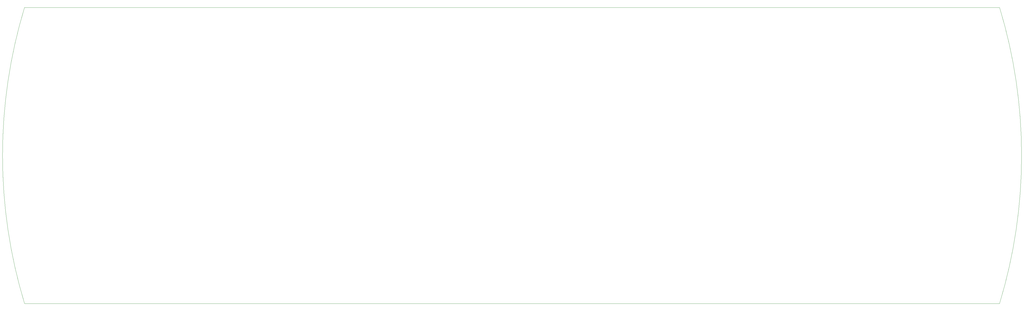
<source format=gbr>
%TF.GenerationSoftware,KiCad,Pcbnew,7.0.8*%
%TF.CreationDate,2023-11-15T16:38:26+01:00*%
%TF.ProjectId,main_board_new-3.2,6d61696e-5f62-46f6-9172-645f6e65772d,rev?*%
%TF.SameCoordinates,Original*%
%TF.FileFunction,Profile,NP*%
%FSLAX46Y46*%
G04 Gerber Fmt 4.6, Leading zero omitted, Abs format (unit mm)*
G04 Created by KiCad (PCBNEW 7.0.8) date 2023-11-15 16:38:26*
%MOMM*%
%LPD*%
G01*
G04 APERTURE LIST*
%TA.AperFunction,Profile*%
%ADD10C,0.100000*%
%TD*%
G04 APERTURE END LIST*
D10*
X48280200Y-278693625D02*
X401721200Y-278693625D01*
X48280200Y-171306425D02*
X401721200Y-171306425D01*
X401721184Y-278693621D02*
G75*
G03*
X401721198Y-171306425I-176721184J53693621D01*
G01*
X48280200Y-171306425D02*
G75*
G03*
X48280214Y-278693621I176719800J-53693575D01*
G01*
M02*

</source>
